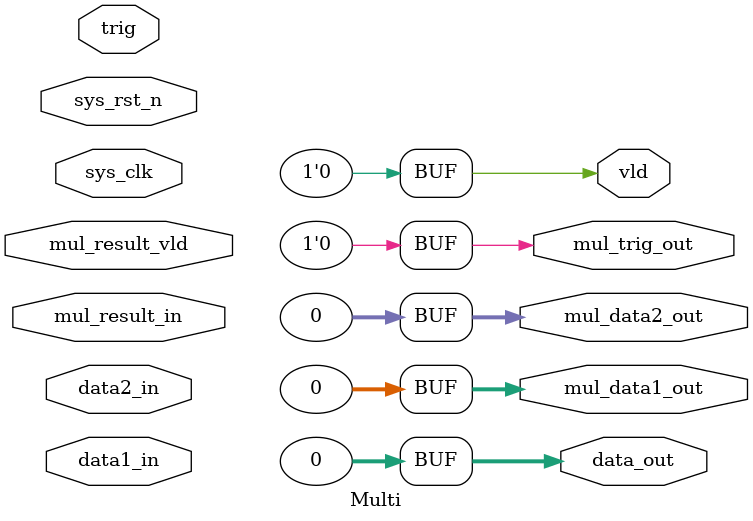
<source format=v>
module Multi(
	// system signal                     		
	input					sys_clk				,     		
	input					sys_rst_n			,   		
	// dataflow                          		
	input			[31:0]	data1_in			,    		
	input			[31:0]	data2_in			,    		
	output	reg		[31:0]	data_out			,    		
	// control                           		
	input					trig				,        		
	output	reg				vld					,         		
	// MultiUnit control                 		
	input			[31:0]	mul_result_in		,
	output	reg		[31:0]	mul_data1_out		,
	output	reg		[31:0]	mul_data2_out		,
	// MultiUnit control
	input					mul_result_vld		,
	output	reg				mul_trig_out
);

always@(*) begin
	data_out = 0;
	vld = 0;
	mul_data1_out = 0;
	mul_data2_out = 0;
	mul_trig_out = 0;
end

endmodule


</source>
